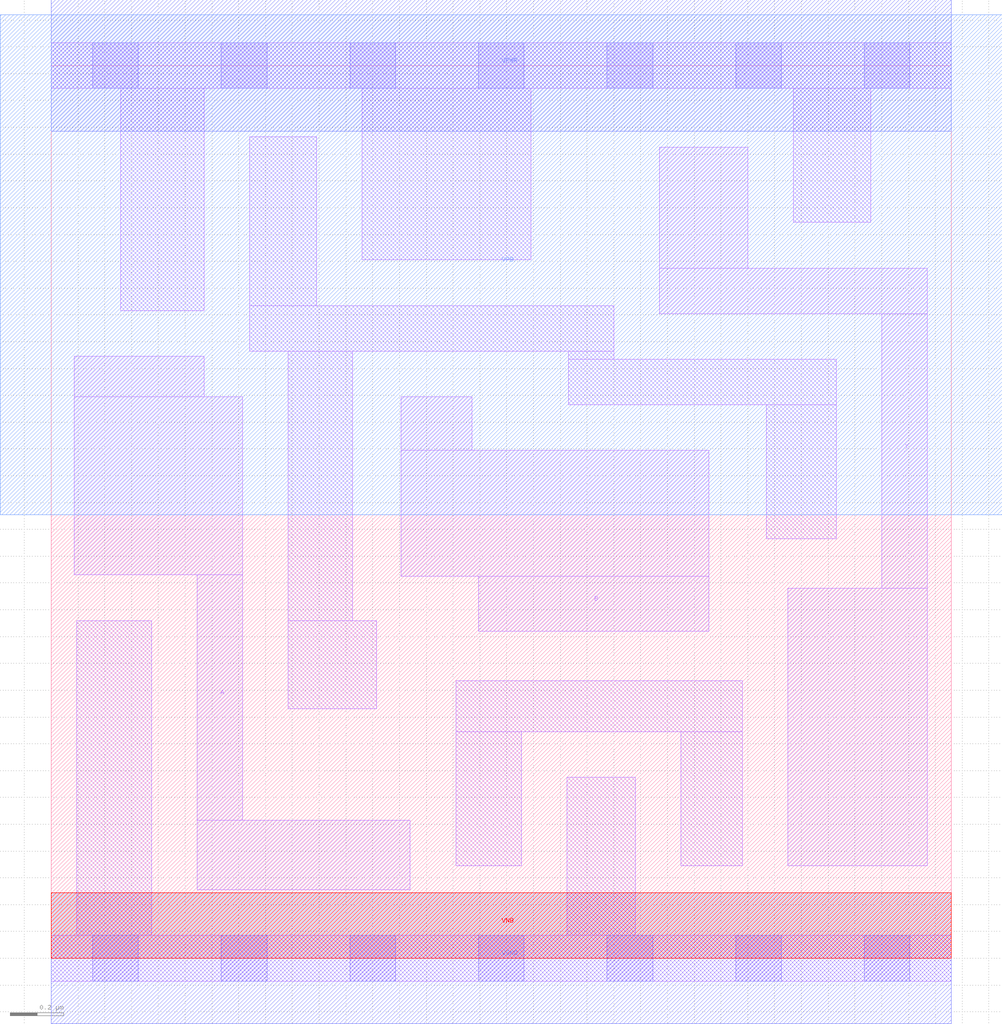
<source format=lef>
# Copyright 2020 The SkyWater PDK Authors
#
# Licensed under the Apache License, Version 2.0 (the "License");
# you may not use this file except in compliance with the License.
# You may obtain a copy of the License at
#
#     https://www.apache.org/licenses/LICENSE-2.0
#
# Unless required by applicable law or agreed to in writing, software
# distributed under the License is distributed on an "AS IS" BASIS,
# WITHOUT WARRANTIES OR CONDITIONS OF ANY KIND, either express or implied.
# See the License for the specific language governing permissions and
# limitations under the License.
#
# SPDX-License-Identifier: Apache-2.0

VERSION 5.7 ;
  NOWIREEXTENSIONATPIN ON ;
  DIVIDERCHAR "/" ;
  BUSBITCHARS "[]" ;
MACRO sky130_fd_sc_lp__xnor2_0
  CLASS CORE ;
  FOREIGN sky130_fd_sc_lp__xnor2_0 ;
  ORIGIN  0.000000  0.000000 ;
  SIZE  3.360000 BY  3.330000 ;
  SYMMETRY X Y R90 ;
  SITE unit ;
  PIN A
    ANTENNAGATEAREA  0.318000 ;
    DIRECTION INPUT ;
    USE SIGNAL ;
    PORT
      LAYER li1 ;
        RECT 0.085000 1.430000 0.715000 2.095000 ;
        RECT 0.085000 2.095000 0.570000 2.245000 ;
        RECT 0.545000 0.255000 1.340000 0.515000 ;
        RECT 0.545000 0.515000 0.715000 1.430000 ;
    END
  END A
  PIN B
    ANTENNAGATEAREA  0.318000 ;
    DIRECTION INPUT ;
    USE SIGNAL ;
    PORT
      LAYER li1 ;
        RECT 1.305000 1.425000 2.455000 1.895000 ;
        RECT 1.305000 1.895000 1.570000 2.095000 ;
        RECT 1.595000 1.220000 2.455000 1.425000 ;
    END
  END B
  PIN Y
    ANTENNADIFFAREA  0.303300 ;
    DIRECTION OUTPUT ;
    USE SIGNAL ;
    PORT
      LAYER li1 ;
        RECT 2.270000 2.405000 3.270000 2.575000 ;
        RECT 2.270000 2.575000 2.600000 3.025000 ;
        RECT 2.750000 0.345000 3.270000 1.380000 ;
        RECT 3.100000 1.380000 3.270000 2.405000 ;
    END
  END Y
  PIN VGND
    DIRECTION INOUT ;
    USE GROUND ;
    PORT
      LAYER met1 ;
        RECT 0.000000 -0.245000 3.360000 0.245000 ;
    END
  END VGND
  PIN VNB
    DIRECTION INOUT ;
    USE GROUND ;
    PORT
      LAYER pwell ;
        RECT 0.000000 0.000000 3.360000 0.245000 ;
    END
  END VNB
  PIN VPB
    DIRECTION INOUT ;
    USE POWER ;
    PORT
      LAYER nwell ;
        RECT -0.190000 1.655000 3.550000 3.520000 ;
    END
  END VPB
  PIN VPWR
    DIRECTION INOUT ;
    USE POWER ;
    PORT
      LAYER met1 ;
        RECT 0.000000 3.085000 3.360000 3.575000 ;
    END
  END VPWR
  OBS
    LAYER li1 ;
      RECT 0.000000 -0.085000 3.360000 0.085000 ;
      RECT 0.000000  3.245000 3.360000 3.415000 ;
      RECT 0.095000  0.085000 0.375000 1.260000 ;
      RECT 0.260000  2.415000 0.570000 3.245000 ;
      RECT 0.740000  2.265000 2.100000 2.435000 ;
      RECT 0.740000  2.435000 0.990000 3.065000 ;
      RECT 0.885000  0.930000 1.215000 1.260000 ;
      RECT 0.885000  1.260000 1.125000 2.265000 ;
      RECT 1.160000  2.605000 1.790000 3.245000 ;
      RECT 1.510000  0.345000 1.755000 0.845000 ;
      RECT 1.510000  0.845000 2.580000 1.035000 ;
      RECT 1.925000  0.085000 2.180000 0.675000 ;
      RECT 1.930000  2.065000 2.930000 2.235000 ;
      RECT 1.930000  2.235000 2.100000 2.265000 ;
      RECT 2.350000  0.345000 2.580000 0.845000 ;
      RECT 2.670000  1.565000 2.930000 2.065000 ;
      RECT 2.770000  2.745000 3.060000 3.245000 ;
    LAYER mcon ;
      RECT 0.155000 -0.085000 0.325000 0.085000 ;
      RECT 0.155000  3.245000 0.325000 3.415000 ;
      RECT 0.635000 -0.085000 0.805000 0.085000 ;
      RECT 0.635000  3.245000 0.805000 3.415000 ;
      RECT 1.115000 -0.085000 1.285000 0.085000 ;
      RECT 1.115000  3.245000 1.285000 3.415000 ;
      RECT 1.595000 -0.085000 1.765000 0.085000 ;
      RECT 1.595000  3.245000 1.765000 3.415000 ;
      RECT 2.075000 -0.085000 2.245000 0.085000 ;
      RECT 2.075000  3.245000 2.245000 3.415000 ;
      RECT 2.555000 -0.085000 2.725000 0.085000 ;
      RECT 2.555000  3.245000 2.725000 3.415000 ;
      RECT 3.035000 -0.085000 3.205000 0.085000 ;
      RECT 3.035000  3.245000 3.205000 3.415000 ;
  END
END sky130_fd_sc_lp__xnor2_0
END LIBRARY

</source>
